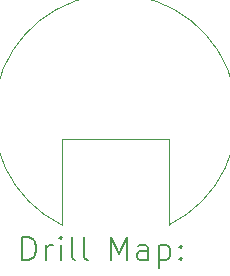
<source format=gbr>
%TF.GenerationSoftware,KiCad,Pcbnew,(7.0.0)*%
%TF.CreationDate,2024-02-07T22:19:06+08:00*%
%TF.ProjectId,simple charger,73696d70-6c65-4206-9368-61726765722e,rev?*%
%TF.SameCoordinates,Original*%
%TF.FileFunction,Drillmap*%
%TF.FilePolarity,Positive*%
%FSLAX45Y45*%
G04 Gerber Fmt 4.5, Leading zero omitted, Abs format (unit mm)*
G04 Created by KiCad (PCBNEW (7.0.0)) date 2024-02-07 22:19:06*
%MOMM*%
%LPD*%
G01*
G04 APERTURE LIST*
%ADD10C,0.100000*%
%ADD11C,0.200000*%
G04 APERTURE END LIST*
D10*
X10452500Y-10925000D02*
G75*
G03*
X9547500Y-10925000I-452500J925000D01*
G01*
X9547500Y-10200000D02*
X9547500Y-10925000D01*
X10452500Y-10200000D02*
X9547500Y-10200000D01*
X10452500Y-10925000D02*
X10452500Y-10200000D01*
D11*
X9212871Y-11223476D02*
X9212871Y-11023476D01*
X9212871Y-11023476D02*
X9260490Y-11023476D01*
X9260490Y-11023476D02*
X9289061Y-11033000D01*
X9289061Y-11033000D02*
X9308109Y-11052048D01*
X9308109Y-11052048D02*
X9317633Y-11071095D01*
X9317633Y-11071095D02*
X9327157Y-11109190D01*
X9327157Y-11109190D02*
X9327157Y-11137762D01*
X9327157Y-11137762D02*
X9317633Y-11175857D01*
X9317633Y-11175857D02*
X9308109Y-11194905D01*
X9308109Y-11194905D02*
X9289061Y-11213952D01*
X9289061Y-11213952D02*
X9260490Y-11223476D01*
X9260490Y-11223476D02*
X9212871Y-11223476D01*
X9412871Y-11223476D02*
X9412871Y-11090143D01*
X9412871Y-11128238D02*
X9422395Y-11109190D01*
X9422395Y-11109190D02*
X9431919Y-11099667D01*
X9431919Y-11099667D02*
X9450966Y-11090143D01*
X9450966Y-11090143D02*
X9470014Y-11090143D01*
X9536680Y-11223476D02*
X9536680Y-11090143D01*
X9536680Y-11023476D02*
X9527157Y-11033000D01*
X9527157Y-11033000D02*
X9536680Y-11042524D01*
X9536680Y-11042524D02*
X9546204Y-11033000D01*
X9546204Y-11033000D02*
X9536680Y-11023476D01*
X9536680Y-11023476D02*
X9536680Y-11042524D01*
X9660490Y-11223476D02*
X9641442Y-11213952D01*
X9641442Y-11213952D02*
X9631919Y-11194905D01*
X9631919Y-11194905D02*
X9631919Y-11023476D01*
X9765252Y-11223476D02*
X9746204Y-11213952D01*
X9746204Y-11213952D02*
X9736680Y-11194905D01*
X9736680Y-11194905D02*
X9736680Y-11023476D01*
X9961442Y-11223476D02*
X9961442Y-11023476D01*
X9961442Y-11023476D02*
X10028109Y-11166333D01*
X10028109Y-11166333D02*
X10094776Y-11023476D01*
X10094776Y-11023476D02*
X10094776Y-11223476D01*
X10275728Y-11223476D02*
X10275728Y-11118714D01*
X10275728Y-11118714D02*
X10266204Y-11099667D01*
X10266204Y-11099667D02*
X10247157Y-11090143D01*
X10247157Y-11090143D02*
X10209061Y-11090143D01*
X10209061Y-11090143D02*
X10190014Y-11099667D01*
X10275728Y-11213952D02*
X10256680Y-11223476D01*
X10256680Y-11223476D02*
X10209061Y-11223476D01*
X10209061Y-11223476D02*
X10190014Y-11213952D01*
X10190014Y-11213952D02*
X10180490Y-11194905D01*
X10180490Y-11194905D02*
X10180490Y-11175857D01*
X10180490Y-11175857D02*
X10190014Y-11156810D01*
X10190014Y-11156810D02*
X10209061Y-11147286D01*
X10209061Y-11147286D02*
X10256680Y-11147286D01*
X10256680Y-11147286D02*
X10275728Y-11137762D01*
X10370966Y-11090143D02*
X10370966Y-11290143D01*
X10370966Y-11099667D02*
X10390014Y-11090143D01*
X10390014Y-11090143D02*
X10428109Y-11090143D01*
X10428109Y-11090143D02*
X10447157Y-11099667D01*
X10447157Y-11099667D02*
X10456680Y-11109190D01*
X10456680Y-11109190D02*
X10466204Y-11128238D01*
X10466204Y-11128238D02*
X10466204Y-11185381D01*
X10466204Y-11185381D02*
X10456680Y-11204428D01*
X10456680Y-11204428D02*
X10447157Y-11213952D01*
X10447157Y-11213952D02*
X10428109Y-11223476D01*
X10428109Y-11223476D02*
X10390014Y-11223476D01*
X10390014Y-11223476D02*
X10370966Y-11213952D01*
X10551919Y-11204428D02*
X10561442Y-11213952D01*
X10561442Y-11213952D02*
X10551919Y-11223476D01*
X10551919Y-11223476D02*
X10542395Y-11213952D01*
X10542395Y-11213952D02*
X10551919Y-11204428D01*
X10551919Y-11204428D02*
X10551919Y-11223476D01*
X10551919Y-11099667D02*
X10561442Y-11109190D01*
X10561442Y-11109190D02*
X10551919Y-11118714D01*
X10551919Y-11118714D02*
X10542395Y-11109190D01*
X10542395Y-11109190D02*
X10551919Y-11099667D01*
X10551919Y-11099667D02*
X10551919Y-11118714D01*
M02*

</source>
